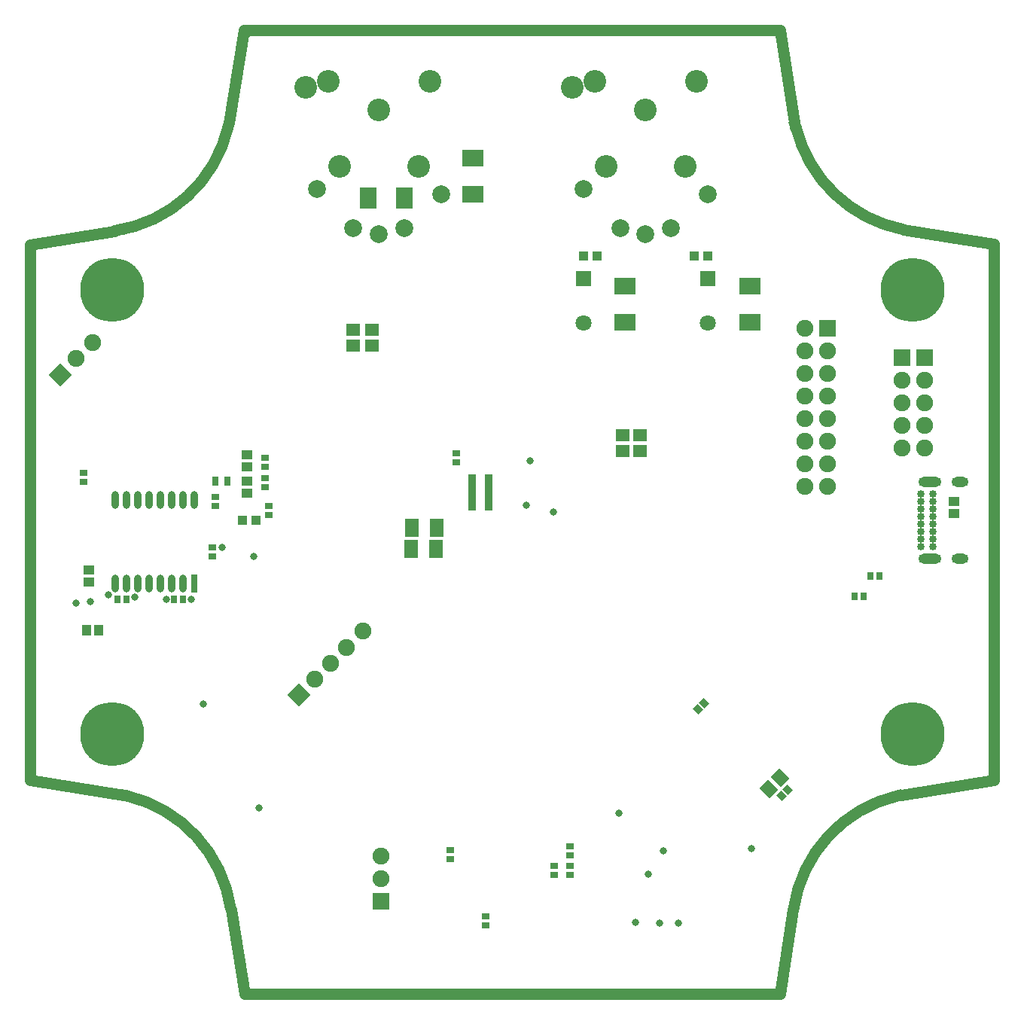
<source format=gbs>
G04*
G04 #@! TF.GenerationSoftware,Altium Limited,Altium Designer,20.0.11 (256)*
G04*
G04 Layer_Color=16711935*
%FSLAX25Y25*%
%MOIN*%
G70*
G01*
G75*
%ADD75C,0.04921*%
%ADD76R,0.06312X0.05328*%
%ADD79R,0.03556X0.03162*%
%ADD80R,0.03162X0.03556*%
%ADD83R,0.04147X0.04147*%
%ADD96R,0.04143X0.04537*%
%ADD97R,0.04537X0.04143*%
%ADD110R,0.06312X0.07887*%
%ADD130C,0.07493*%
%ADD131P,0.10597X4X90.0*%
%ADD132R,0.07493X0.07493*%
%ADD133C,0.03359*%
%ADD134O,0.10249X0.04343*%
%ADD135O,0.07493X0.04343*%
%ADD136C,0.07887*%
%ADD137C,0.10052*%
%ADD138C,0.07099*%
%ADD139R,0.07099X0.07099*%
%ADD140C,0.28359*%
%ADD141C,0.03162*%
%ADD165R,0.03162X0.07887*%
%ADD166O,0.03162X0.07887*%
%ADD167R,0.03800X0.02200*%
%ADD168R,0.09300X0.07800*%
G04:AMPARAMS|DCode=169|XSize=63.12mil|YSize=53.28mil|CornerRadius=0mil|HoleSize=0mil|Usage=FLASHONLY|Rotation=135.000|XOffset=0mil|YOffset=0mil|HoleType=Round|Shape=Rectangle|*
%AMROTATEDRECTD169*
4,1,4,0.04115,-0.00348,0.00348,-0.04115,-0.04115,0.00348,-0.00348,0.04115,0.04115,-0.00348,0.0*
%
%ADD169ROTATEDRECTD169*%

G04:AMPARAMS|DCode=170|XSize=31.62mil|YSize=35.56mil|CornerRadius=0mil|HoleSize=0mil|Usage=FLASHONLY|Rotation=225.000|XOffset=0mil|YOffset=0mil|HoleType=Round|Shape=Rectangle|*
%AMROTATEDRECTD170*
4,1,4,-0.00139,0.02375,0.02375,-0.00139,0.00139,-0.02375,-0.02375,0.00139,-0.00139,0.02375,0.0*
%
%ADD170ROTATEDRECTD170*%

%ADD171R,0.03162X0.03950*%
%ADD172R,0.07800X0.09300*%
D75*
X52657Y-77562D02*
G03*
X6293Y-27122I-59965J-8591D01*
G01*
X1083Y222933D02*
G03*
X51523Y269298I-8591J59965D01*
G01*
X302731Y269036D02*
G03*
X350449Y223475I59362J14404D01*
G01*
X348038Y-27122D02*
G03*
X301673Y-77562I13600J-59031D01*
G01*
X52803Y-77539D02*
X58731Y-114964D01*
X-36220Y-20167D02*
X4973Y-26744D01*
X390551Y217086D02*
X390551Y-20167D01*
X-36319Y216860D02*
X-36319Y-20025D01*
X369185Y220470D02*
X390551Y217086D01*
X51900Y270617D02*
X58478Y311811D01*
X295672D01*
X350417Y223443D02*
X369185Y220470D01*
X295672Y311811D02*
X302534Y268839D01*
X-36319Y216860D02*
X1106Y222787D01*
X58597Y-114961D02*
X289421D01*
X295374D01*
X295600Y-114964D02*
X301527Y-77539D01*
X349357Y-26744D02*
X390551Y-20167D01*
D76*
X106693Y172106D02*
D03*
Y178996D02*
D03*
X114961Y172205D02*
D03*
Y179095D02*
D03*
X233858Y132421D02*
D03*
Y125531D02*
D03*
X225984Y132421D02*
D03*
Y125532D02*
D03*
D79*
X-12598Y115748D02*
D03*
Y111811D02*
D03*
X44488Y78740D02*
D03*
Y82677D02*
D03*
X149606Y-51181D02*
D03*
Y-55118D02*
D03*
X165354Y-84646D02*
D03*
Y-80709D02*
D03*
X67717Y109449D02*
D03*
Y113386D02*
D03*
X152559Y120472D02*
D03*
Y124409D02*
D03*
X67717Y122441D02*
D03*
Y118504D02*
D03*
X69291Y101181D02*
D03*
Y97244D02*
D03*
X45669Y101181D02*
D03*
Y105118D02*
D03*
X202756Y-62205D02*
D03*
Y-58268D02*
D03*
Y-53543D02*
D03*
Y-49606D02*
D03*
X195669Y-58268D02*
D03*
Y-62205D02*
D03*
D80*
X6299Y59842D02*
D03*
X2362D02*
D03*
X27559D02*
D03*
X31496D02*
D03*
X335827Y70079D02*
D03*
X339764D02*
D03*
X332795Y61063D02*
D03*
X328858D02*
D03*
D83*
X57677Y94882D02*
D03*
X63779D02*
D03*
X208721Y211614D02*
D03*
X214824D02*
D03*
X263721D02*
D03*
X257619D02*
D03*
D96*
X-6004Y46063D02*
D03*
X-11319D02*
D03*
D97*
X372835Y103150D02*
D03*
Y97835D02*
D03*
X59842Y118504D02*
D03*
Y123819D02*
D03*
X59842Y112205D02*
D03*
Y106890D02*
D03*
X-10236Y72638D02*
D03*
Y67323D02*
D03*
D110*
X132775Y91536D02*
D03*
X143602D02*
D03*
X132480Y82087D02*
D03*
X143307D02*
D03*
D130*
X-8677Y173410D02*
D03*
X-15748Y166339D02*
D03*
X119095Y-53976D02*
D03*
Y-63976D02*
D03*
X89779Y24425D02*
D03*
X96850Y31496D02*
D03*
X103921Y38567D02*
D03*
X110993Y45638D02*
D03*
X359842Y126850D02*
D03*
Y136850D02*
D03*
Y146850D02*
D03*
Y156850D02*
D03*
X349843Y126850D02*
D03*
Y136850D02*
D03*
Y146850D02*
D03*
Y156850D02*
D03*
X306693Y179842D02*
D03*
Y169843D02*
D03*
Y159843D02*
D03*
Y149843D02*
D03*
Y139842D02*
D03*
Y129842D02*
D03*
Y119843D02*
D03*
Y109843D02*
D03*
X316693D02*
D03*
Y119843D02*
D03*
Y129842D02*
D03*
Y139842D02*
D03*
Y149843D02*
D03*
Y159843D02*
D03*
Y169843D02*
D03*
D131*
X-22819Y159267D02*
D03*
X82708Y17354D02*
D03*
D132*
X119095Y-73976D02*
D03*
X359842Y166850D02*
D03*
X349843D02*
D03*
X316693Y179842D02*
D03*
D133*
X358170Y83169D02*
D03*
Y86516D02*
D03*
Y89862D02*
D03*
Y93209D02*
D03*
Y96555D02*
D03*
Y99902D02*
D03*
Y103248D02*
D03*
Y106595D02*
D03*
X363484D02*
D03*
Y103248D02*
D03*
Y99902D02*
D03*
Y96555D02*
D03*
Y93209D02*
D03*
Y89862D02*
D03*
Y86516D02*
D03*
Y83169D02*
D03*
D134*
X362028Y77854D02*
D03*
Y111910D02*
D03*
D135*
X375335D02*
D03*
Y77854D02*
D03*
D136*
X208721Y241476D02*
D03*
X263721Y238976D02*
D03*
X236221Y221476D02*
D03*
X224971Y223976D02*
D03*
X247471D02*
D03*
X90610Y241476D02*
D03*
X145610Y238976D02*
D03*
X118110Y221476D02*
D03*
X106860Y223976D02*
D03*
X129360D02*
D03*
D137*
X218721Y251476D02*
D03*
X253721D02*
D03*
X203721Y286476D02*
D03*
X213721Y288976D02*
D03*
X236221Y276476D02*
D03*
X258721Y288976D02*
D03*
X100610Y251476D02*
D03*
X135610D02*
D03*
X85610Y286476D02*
D03*
X95610Y288976D02*
D03*
X118110Y276476D02*
D03*
X140610Y288976D02*
D03*
D138*
X208721Y182087D02*
D03*
X263721D02*
D03*
D139*
X208721Y201772D02*
D03*
X263721D02*
D03*
D140*
X354331Y196850D02*
D03*
X-0D02*
D03*
X354331Y-0D02*
D03*
X-0D02*
D03*
D141*
X183465Y101575D02*
D03*
X195275Y98425D02*
D03*
X185039Y121260D02*
D03*
X224410Y-35039D02*
D03*
X237561Y-61971D02*
D03*
X242520Y-83465D02*
D03*
X250787D02*
D03*
X231782Y-83090D02*
D03*
X283071Y-50394D02*
D03*
X48819Y82677D02*
D03*
X10236Y60630D02*
D03*
X-9449Y58661D02*
D03*
X40551Y13386D02*
D03*
X-1575Y61811D02*
D03*
X62598Y78740D02*
D03*
X24016Y59842D02*
D03*
X35039D02*
D03*
X244094Y-51575D02*
D03*
X64961Y-32480D02*
D03*
X-15748Y58071D02*
D03*
X349016Y-25787D02*
D03*
X389764Y-18701D02*
D03*
Y984D02*
D03*
Y20669D02*
D03*
Y40354D02*
D03*
Y79724D02*
D03*
Y99409D02*
D03*
Y119095D02*
D03*
Y138779D02*
D03*
Y158465D02*
D03*
Y178150D02*
D03*
Y197835D02*
D03*
Y215551D02*
D03*
X360236Y220965D02*
D03*
X331693Y229331D02*
D03*
X308071Y252953D02*
D03*
X301181Y270669D02*
D03*
X294882Y311024D02*
D03*
X298228Y291338D02*
D03*
X88583Y311024D02*
D03*
X118110Y311024D02*
D03*
X147638Y311024D02*
D03*
X167323D02*
D03*
X216535D02*
D03*
X236220D02*
D03*
X255906D02*
D03*
X275590D02*
D03*
X60039Y310039D02*
D03*
X38780Y242717D02*
D03*
X-35433Y-18701D02*
D03*
X77756Y-114173D02*
D03*
X274606D02*
D03*
X5315Y222638D02*
D03*
X53543Y274606D02*
D03*
Y-77756D02*
D03*
X4921Y-25787D02*
D03*
X38780Y-45866D02*
D03*
X59449Y-113780D02*
D03*
X294882Y-114173D02*
D03*
D165*
X36398Y66929D02*
D03*
D166*
X31398D02*
D03*
X26398D02*
D03*
X21398D02*
D03*
X16398D02*
D03*
X11398D02*
D03*
X6398D02*
D03*
X1398D02*
D03*
X36398Y103937D02*
D03*
X31398D02*
D03*
X26398D02*
D03*
X21398D02*
D03*
X16398D02*
D03*
X11398D02*
D03*
X6398D02*
D03*
X1398D02*
D03*
D167*
X166749Y100173D02*
D03*
Y102173D02*
D03*
Y104173D02*
D03*
Y106173D02*
D03*
Y108173D02*
D03*
Y110173D02*
D03*
Y112173D02*
D03*
Y114173D02*
D03*
X159449D02*
D03*
Y112173D02*
D03*
Y110173D02*
D03*
Y108173D02*
D03*
Y106173D02*
D03*
Y104173D02*
D03*
Y102173D02*
D03*
Y100173D02*
D03*
D168*
X282284Y182284D02*
D03*
Y198284D02*
D03*
X227165Y182284D02*
D03*
Y198284D02*
D03*
X159843Y238976D02*
D03*
Y254976D02*
D03*
D169*
X295669Y-19291D02*
D03*
X290797Y-24163D02*
D03*
D170*
X296429Y-27193D02*
D03*
X299213Y-24409D02*
D03*
X262125Y13736D02*
D03*
X259341Y10952D02*
D03*
D171*
X51181Y112205D02*
D03*
X45669D02*
D03*
D172*
X129360Y237402D02*
D03*
X113360D02*
D03*
M02*

</source>
